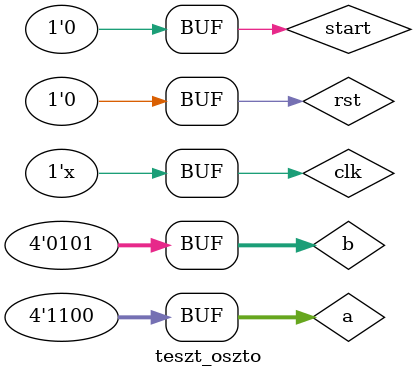
<source format=v>
`timescale 1ns / 1ps

module teszt_oszto;

	// Inputs
	reg start;
	reg clk;
	reg rst;
	reg [3:0] a;
	reg [3:0] b;

	// Outputs
	wire [3:0] hanyados;
	wire [3:0] maradek;
	wire ready;
	wire hiba;

	// Instantiate the Unit Under Test (UUT)
	oszto uut (
		.start(start), 
		.clk(clk), 
		.rst(rst), 
		.a(a), 
		.b(b), 
		.hanyados(hanyados), 
		.maradek(maradek), 
		.ready(ready),
		.hiba(hiba)
	);

	initial begin
		// Initialize Inputs
		start = 0;
		clk = 0;
		rst = 1;
		a = 0;
		b = 0;

		// Wait 100 ns for global reset to finish
		#100;
		rst = 0;
		a = 4'b1100;
		b = 4'b0101;
		
		# 10
		start = 1;		
		#10
		start = 0;
	
        
		// Add stimulus here

	end
	
	always #5 clk = ~clk;
      
endmodule


</source>
